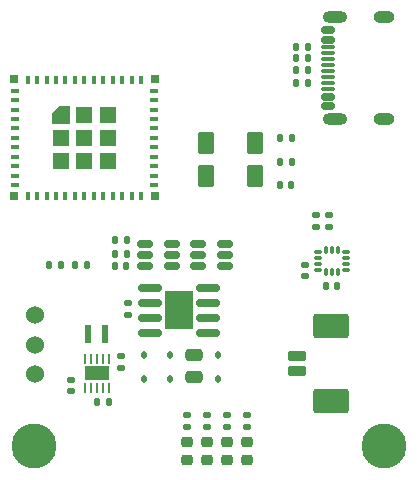
<source format=gbr>
%TF.GenerationSoftware,KiCad,Pcbnew,9.0.0*%
%TF.CreationDate,2025-03-07T19:53:28+09:00*%
%TF.ProjectId,hotdoggu_smolSlimeVR,686f7464-6f67-4677-955f-736d6f6c536c,rev?*%
%TF.SameCoordinates,Original*%
%TF.FileFunction,Soldermask,Top*%
%TF.FilePolarity,Negative*%
%FSLAX46Y46*%
G04 Gerber Fmt 4.6, Leading zero omitted, Abs format (unit mm)*
G04 Created by KiCad (PCBNEW 9.0.0) date 2025-03-07 19:53:28*
%MOMM*%
%LPD*%
G01*
G04 APERTURE LIST*
G04 Aperture macros list*
%AMRoundRect*
0 Rectangle with rounded corners*
0 $1 Rounding radius*
0 $2 $3 $4 $5 $6 $7 $8 $9 X,Y pos of 4 corners*
0 Add a 4 corners polygon primitive as box body*
4,1,4,$2,$3,$4,$5,$6,$7,$8,$9,$2,$3,0*
0 Add four circle primitives for the rounded corners*
1,1,$1+$1,$2,$3*
1,1,$1+$1,$4,$5*
1,1,$1+$1,$6,$7*
1,1,$1+$1,$8,$9*
0 Add four rect primitives between the rounded corners*
20,1,$1+$1,$2,$3,$4,$5,0*
20,1,$1+$1,$4,$5,$6,$7,0*
20,1,$1+$1,$6,$7,$8,$9,0*
20,1,$1+$1,$8,$9,$2,$3,0*%
%AMFreePoly0*
4,1,6,0.725000,-0.725000,-0.725000,-0.725000,-0.725000,0.125000,-0.125000,0.725000,0.725000,0.725000,0.725000,-0.725000,0.725000,-0.725000,$1*%
G04 Aperture macros list end*
%ADD10RoundRect,0.140000X0.170000X-0.140000X0.170000X0.140000X-0.170000X0.140000X-0.170000X-0.140000X0*%
%ADD11RoundRect,0.150000X0.425000X-0.150000X0.425000X0.150000X-0.425000X0.150000X-0.425000X-0.150000X0*%
%ADD12RoundRect,0.075000X0.500000X-0.075000X0.500000X0.075000X-0.500000X0.075000X-0.500000X-0.075000X0*%
%ADD13O,2.100000X1.000000*%
%ADD14O,1.800000X1.000000*%
%ADD15RoundRect,0.150000X0.512500X0.150000X-0.512500X0.150000X-0.512500X-0.150000X0.512500X-0.150000X0*%
%ADD16RoundRect,0.218750X0.256250X-0.218750X0.256250X0.218750X-0.256250X0.218750X-0.256250X-0.218750X0*%
%ADD17RoundRect,0.140000X0.140000X0.170000X-0.140000X0.170000X-0.140000X-0.170000X0.140000X-0.170000X0*%
%ADD18C,2.600000*%
%ADD19C,3.800000*%
%ADD20RoundRect,0.137500X0.137500X0.662500X-0.137500X0.662500X-0.137500X-0.662500X0.137500X-0.662500X0*%
%ADD21RoundRect,0.135000X0.185000X-0.135000X0.185000X0.135000X-0.185000X0.135000X-0.185000X-0.135000X0*%
%ADD22RoundRect,0.112500X0.112500X-0.187500X0.112500X0.187500X-0.112500X0.187500X-0.112500X-0.187500X0*%
%ADD23RoundRect,0.200000X0.600000X-0.200000X0.600000X0.200000X-0.600000X0.200000X-0.600000X-0.200000X0*%
%ADD24RoundRect,0.250001X1.249999X-0.799999X1.249999X0.799999X-1.249999X0.799999X-1.249999X-0.799999X0*%
%ADD25C,1.524000*%
%ADD26RoundRect,0.067500X-0.607500X-0.832500X0.607500X-0.832500X0.607500X0.832500X-0.607500X0.832500X0*%
%ADD27RoundRect,0.135000X0.135000X0.185000X-0.135000X0.185000X-0.135000X-0.185000X0.135000X-0.185000X0*%
%ADD28RoundRect,0.062500X0.062500X-0.350000X0.062500X0.350000X-0.062500X0.350000X-0.062500X-0.350000X0*%
%ADD29R,2.000000X1.200000*%
%ADD30RoundRect,0.135000X-0.135000X-0.185000X0.135000X-0.185000X0.135000X0.185000X-0.135000X0.185000X0*%
%ADD31RoundRect,0.112500X-0.112500X0.187500X-0.112500X-0.187500X0.112500X-0.187500X0.112500X0.187500X0*%
%ADD32RoundRect,0.250000X0.475000X-0.250000X0.475000X0.250000X-0.475000X0.250000X-0.475000X-0.250000X0*%
%ADD33RoundRect,0.087500X-0.225000X-0.087500X0.225000X-0.087500X0.225000X0.087500X-0.225000X0.087500X0*%
%ADD34RoundRect,0.087500X-0.087500X-0.225000X0.087500X-0.225000X0.087500X0.225000X-0.087500X0.225000X0*%
%ADD35RoundRect,0.140000X-0.170000X0.140000X-0.170000X-0.140000X0.170000X-0.140000X0.170000X0.140000X0*%
%ADD36RoundRect,0.150000X-0.825000X-0.150000X0.825000X-0.150000X0.825000X0.150000X-0.825000X0.150000X0*%
%ADD37R,2.410000X3.300000*%
%ADD38R,0.800000X0.400000*%
%ADD39R,0.400000X0.800000*%
%ADD40FreePoly0,0.000000*%
%ADD41R,1.450000X1.450000*%
%ADD42R,0.700000X0.700000*%
G04 APERTURE END LIST*
D10*
%TO.C,C1*%
X153955000Y-97627500D03*
X153955000Y-96667500D03*
%TD*%
D11*
%TO.C,J1*%
X175720000Y-73500000D03*
X175720000Y-72700000D03*
D12*
X175720000Y-71550000D03*
X175720000Y-70550000D03*
X175720000Y-70050000D03*
X175720000Y-69050000D03*
D11*
X175720000Y-67900000D03*
X175720000Y-67100000D03*
X175720000Y-67100000D03*
X175720000Y-67900000D03*
D12*
X175720000Y-68550000D03*
X175720000Y-69550000D03*
X175720000Y-71050000D03*
X175720000Y-72050000D03*
D11*
X175720000Y-72700000D03*
X175720000Y-73500000D03*
D13*
X176295000Y-74620000D03*
D14*
X180475000Y-74620000D03*
D13*
X176295000Y-65980000D03*
D14*
X180475000Y-65980000D03*
%TD*%
D15*
%TO.C,U4*%
X162537500Y-87075000D03*
X162537500Y-86125000D03*
X162537500Y-85175000D03*
X160262500Y-85175000D03*
X160262500Y-86125000D03*
X160262500Y-87075000D03*
%TD*%
D16*
%TO.C,LED3*%
X163750000Y-103487500D03*
X163750000Y-101912500D03*
%TD*%
D17*
%TO.C,C7*%
X172600000Y-80200000D03*
X171640000Y-80200000D03*
%TD*%
D18*
%TO.C,H1*%
X150800000Y-102300000D03*
D19*
X150800000Y-102300000D03*
%TD*%
D20*
%TO.C,L1*%
X156830000Y-92785000D03*
X155380000Y-92785000D03*
%TD*%
D21*
%TO.C,R11*%
X167150000Y-100722500D03*
X167150000Y-99702500D03*
%TD*%
D17*
%TO.C,C3*%
X158650000Y-87035000D03*
X157690000Y-87035000D03*
%TD*%
D10*
%TO.C,C6*%
X173750000Y-87930000D03*
X173750000Y-86970000D03*
%TD*%
D22*
%TO.C,D6*%
X160125000Y-96650000D03*
X160125000Y-94550000D03*
%TD*%
D16*
%TO.C,LED4*%
X168850000Y-103487500D03*
X168850000Y-101912500D03*
%TD*%
D23*
%TO.C,J2*%
X173100000Y-95925000D03*
X173100000Y-94675000D03*
D24*
X176000000Y-98475000D03*
X176000000Y-92125000D03*
%TD*%
D25*
%TO.C,SW1*%
X150900000Y-91200000D03*
X150900000Y-93700000D03*
X150900000Y-96200000D03*
%TD*%
D26*
%TO.C,SW2*%
X165370000Y-76635000D03*
X169515000Y-76635000D03*
%TD*%
D27*
%TO.C,R10*%
X174055000Y-69420000D03*
X173035000Y-69420000D03*
%TD*%
%TO.C,R3*%
X174055000Y-68520000D03*
X173035000Y-68520000D03*
%TD*%
D26*
%TO.C,SW3*%
X165370000Y-79435000D03*
X169515000Y-79435000D03*
%TD*%
D21*
%TO.C,R12*%
X168850000Y-100720000D03*
X168850000Y-99700000D03*
%TD*%
%TO.C,R4*%
X165450000Y-100710000D03*
X165450000Y-99690000D03*
%TD*%
D28*
%TO.C,U2*%
X155155000Y-97347500D03*
X155655000Y-97347500D03*
X156155000Y-97347500D03*
X156655000Y-97347500D03*
X157155000Y-97347500D03*
X157155000Y-94922500D03*
X156655000Y-94922500D03*
X156155000Y-94922500D03*
X155655000Y-94922500D03*
X155155000Y-94922500D03*
D29*
X156155000Y-96135000D03*
%TD*%
D30*
%TO.C,R17*%
X171630000Y-76230000D03*
X172650000Y-76230000D03*
%TD*%
D27*
%TO.C,R2*%
X174055000Y-71520000D03*
X173035000Y-71520000D03*
%TD*%
%TO.C,R9*%
X174055000Y-70420000D03*
X173035000Y-70420000D03*
%TD*%
D30*
%TO.C,R18*%
X171630000Y-78220000D03*
X172650000Y-78220000D03*
%TD*%
D31*
%TO.C,D5*%
X166425000Y-94550000D03*
X166425000Y-96650000D03*
%TD*%
D30*
%TO.C,R1*%
X156195000Y-98585000D03*
X157215000Y-98585000D03*
%TD*%
D32*
%TO.C,C4*%
X164425000Y-96450000D03*
X164425000Y-94550000D03*
%TD*%
D31*
%TO.C,D4*%
X162325000Y-94550000D03*
X162325000Y-96650000D03*
%TD*%
D21*
%TO.C,R5*%
X163750000Y-100710000D03*
X163750000Y-99690000D03*
%TD*%
D33*
%TO.C,U6*%
X174887500Y-85900000D03*
X174887500Y-86400000D03*
X174887500Y-86900000D03*
X174887500Y-87400000D03*
D34*
X175550000Y-87562500D03*
X176050000Y-87562500D03*
X176550000Y-87562500D03*
D33*
X177212500Y-87400000D03*
X177212500Y-86900000D03*
X177212500Y-86400000D03*
X177212500Y-85900000D03*
D34*
X176550000Y-85737500D03*
X176050000Y-85737500D03*
X175550000Y-85737500D03*
%TD*%
D21*
%TO.C,R13*%
X174750000Y-83760000D03*
X174750000Y-82740000D03*
%TD*%
%TO.C,R14*%
X175850000Y-83760000D03*
X175850000Y-82740000D03*
%TD*%
D35*
%TO.C,C2*%
X158205000Y-94705000D03*
X158205000Y-95665000D03*
%TD*%
D27*
%TO.C,R7*%
X158710000Y-86025000D03*
X157690000Y-86025000D03*
%TD*%
D30*
%TO.C,R15*%
X154290000Y-87000000D03*
X155310000Y-87000000D03*
%TD*%
D36*
%TO.C,U3*%
X160625000Y-88895000D03*
X160625000Y-90165000D03*
X160625000Y-91435000D03*
X160625000Y-92705000D03*
X165575000Y-92705000D03*
X165575000Y-91435000D03*
X165575000Y-90165000D03*
X165575000Y-88895000D03*
D37*
X163100000Y-90800000D03*
%TD*%
D30*
%TO.C,R8*%
X157690000Y-84825000D03*
X158710000Y-84825000D03*
%TD*%
D38*
%TO.C,U1*%
X149200000Y-72200000D03*
X149200000Y-73000000D03*
X149200000Y-73800000D03*
X149200000Y-74600000D03*
X149200000Y-75400000D03*
X149200000Y-76200000D03*
X149200000Y-77000000D03*
X149200000Y-77800000D03*
X149200000Y-78600000D03*
X149200000Y-79400000D03*
X149200000Y-80200000D03*
D39*
X150300000Y-81100000D03*
X151100000Y-81100000D03*
X151900000Y-81100000D03*
X152700000Y-81100000D03*
X153500000Y-81100000D03*
X154300000Y-81100000D03*
X155100000Y-81100000D03*
X155900000Y-81100000D03*
X156700000Y-81100000D03*
X157500000Y-81100000D03*
X158300000Y-81100000D03*
X159100000Y-81100000D03*
X159900000Y-81100000D03*
D38*
X161000000Y-80200000D03*
X161000000Y-79400000D03*
X161000000Y-78600000D03*
X161000000Y-77800000D03*
X161000000Y-77000000D03*
X161000000Y-76200000D03*
X161000000Y-75400000D03*
X161000000Y-74600000D03*
X161000000Y-73800000D03*
X161000000Y-73000000D03*
X161000000Y-72200000D03*
D39*
X159900000Y-71300000D03*
X159100000Y-71300000D03*
X158300000Y-71300000D03*
X157500000Y-71300000D03*
X156700000Y-71300000D03*
X155900000Y-71300000D03*
X155100000Y-71300000D03*
X154300000Y-71300000D03*
X153500000Y-71300000D03*
X152700000Y-71300000D03*
X151900000Y-71300000D03*
X151100000Y-71300000D03*
X150300000Y-71300000D03*
D40*
X153125000Y-74225000D03*
D41*
X153125000Y-76200000D03*
X153125000Y-78175000D03*
X155100000Y-74225000D03*
X155100000Y-76200000D03*
X155100000Y-78175000D03*
X157075000Y-74225000D03*
X157075000Y-76200000D03*
X157075000Y-78175000D03*
D42*
X161050000Y-71250000D03*
X161050000Y-81150000D03*
X149150000Y-81150000D03*
X149150000Y-71250000D03*
%TD*%
D16*
%TO.C,LED1*%
X167150000Y-103500000D03*
X167150000Y-101925000D03*
%TD*%
D17*
%TO.C,C5*%
X176530000Y-88750000D03*
X175570000Y-88750000D03*
%TD*%
D21*
%TO.C,R6*%
X158800000Y-91210000D03*
X158800000Y-90190000D03*
%TD*%
D30*
%TO.C,R16*%
X152090000Y-87000000D03*
X153110000Y-87000000D03*
%TD*%
D15*
%TO.C,U5*%
X167037500Y-87075000D03*
X167037500Y-86125000D03*
X167037500Y-85175000D03*
X164762500Y-85175000D03*
X164762500Y-86125000D03*
X164762500Y-87075000D03*
%TD*%
D18*
%TO.C,H3*%
X180500000Y-102300000D03*
D19*
X180500000Y-102300000D03*
%TD*%
D16*
%TO.C,LED2*%
X165450000Y-103487500D03*
X165450000Y-101912500D03*
%TD*%
M02*

</source>
